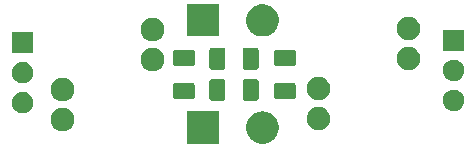
<source format=gbs>
G04 #@! TF.GenerationSoftware,KiCad,Pcbnew,5.1.5+dfsg1-2build2*
G04 #@! TF.CreationDate,2022-12-10T10:35:03-05:00*
G04 #@! TF.ProjectId,double-tuned-bpf,646f7562-6c65-42d7-9475-6e65642d6270,rev?*
G04 #@! TF.SameCoordinates,Original*
G04 #@! TF.FileFunction,Soldermask,Bot*
G04 #@! TF.FilePolarity,Negative*
%FSLAX46Y46*%
G04 Gerber Fmt 4.6, Leading zero omitted, Abs format (unit mm)*
G04 Created by KiCad (PCBNEW 5.1.5+dfsg1-2build2) date 2022-12-10 10:35:03*
%MOMM*%
%LPD*%
G04 APERTURE LIST*
%ADD10C,0.100000*%
G04 APERTURE END LIST*
D10*
G36*
X129472800Y-100935901D02*
G01*
X129700081Y-100981109D01*
X129949696Y-101084503D01*
X130174344Y-101234608D01*
X130365392Y-101425656D01*
X130515497Y-101650304D01*
X130618891Y-101899919D01*
X130671600Y-102164909D01*
X130671600Y-102435091D01*
X130618891Y-102700081D01*
X130515497Y-102949696D01*
X130365392Y-103174344D01*
X130174344Y-103365392D01*
X129949696Y-103515497D01*
X129700081Y-103618891D01*
X129472800Y-103664099D01*
X129435092Y-103671600D01*
X129164908Y-103671600D01*
X129127200Y-103664099D01*
X128899919Y-103618891D01*
X128650304Y-103515497D01*
X128425656Y-103365392D01*
X128234608Y-103174344D01*
X128084503Y-102949696D01*
X127981109Y-102700081D01*
X127928400Y-102435091D01*
X127928400Y-102164909D01*
X127981109Y-101899919D01*
X128084503Y-101650304D01*
X128234608Y-101425656D01*
X128425656Y-101234608D01*
X128650304Y-101084503D01*
X128899919Y-100981109D01*
X129127200Y-100935901D01*
X129164908Y-100928400D01*
X129435092Y-100928400D01*
X129472800Y-100935901D01*
G37*
G36*
X125671600Y-103671600D02*
G01*
X122928400Y-103671600D01*
X122928400Y-100928400D01*
X125671600Y-100928400D01*
X125671600Y-103671600D01*
G37*
G36*
X112668947Y-100657468D02*
G01*
X112849225Y-100732142D01*
X113011471Y-100840551D01*
X113149449Y-100978529D01*
X113257858Y-101140775D01*
X113332532Y-101321053D01*
X113370600Y-101512434D01*
X113370600Y-101707566D01*
X113332532Y-101898947D01*
X113257858Y-102079225D01*
X113149449Y-102241471D01*
X113011471Y-102379449D01*
X112849225Y-102487858D01*
X112668947Y-102562532D01*
X112573256Y-102581566D01*
X112477567Y-102600600D01*
X112282433Y-102600600D01*
X112091053Y-102562532D01*
X111910775Y-102487858D01*
X111748529Y-102379449D01*
X111610551Y-102241471D01*
X111502142Y-102079225D01*
X111427468Y-101898947D01*
X111389400Y-101707566D01*
X111389400Y-101512434D01*
X111427468Y-101321053D01*
X111502142Y-101140775D01*
X111610551Y-100978529D01*
X111748529Y-100840551D01*
X111910775Y-100732142D01*
X112091053Y-100657468D01*
X112282433Y-100619400D01*
X112477567Y-100619400D01*
X112668947Y-100657468D01*
G37*
G36*
X134237255Y-100538434D02*
G01*
X134332946Y-100557468D01*
X134513224Y-100632142D01*
X134675470Y-100740551D01*
X134813448Y-100878529D01*
X134921857Y-101040775D01*
X134963279Y-101140775D01*
X134996531Y-101221054D01*
X135034599Y-101412433D01*
X135034599Y-101607567D01*
X135015565Y-101703256D01*
X134996531Y-101798947D01*
X134921857Y-101979225D01*
X134813448Y-102141471D01*
X134675470Y-102279449D01*
X134513224Y-102387858D01*
X134332946Y-102462532D01*
X134141566Y-102500600D01*
X133946432Y-102500600D01*
X133755052Y-102462532D01*
X133574774Y-102387858D01*
X133412528Y-102279449D01*
X133274550Y-102141471D01*
X133166141Y-101979225D01*
X133091467Y-101798947D01*
X133053399Y-101607567D01*
X133053399Y-101412433D01*
X133091467Y-101221054D01*
X133124720Y-101140775D01*
X133166141Y-101040775D01*
X133274550Y-100878529D01*
X133412528Y-100740551D01*
X133574774Y-100632142D01*
X133755052Y-100557468D01*
X133850743Y-100538434D01*
X133946432Y-100519400D01*
X134141566Y-100519400D01*
X134237255Y-100538434D01*
G37*
G36*
X109094508Y-99280147D02*
G01*
X109262812Y-99313624D01*
X109426784Y-99381544D01*
X109574354Y-99480147D01*
X109699853Y-99605646D01*
X109798456Y-99753216D01*
X109866376Y-99917188D01*
X109901000Y-100091259D01*
X109901000Y-100268741D01*
X109866376Y-100442812D01*
X109798456Y-100606784D01*
X109699853Y-100754354D01*
X109574354Y-100879853D01*
X109426784Y-100978456D01*
X109262812Y-101046376D01*
X109113512Y-101076073D01*
X109088742Y-101081000D01*
X108911258Y-101081000D01*
X108886488Y-101076073D01*
X108737188Y-101046376D01*
X108573216Y-100978456D01*
X108425646Y-100879853D01*
X108300147Y-100754354D01*
X108201544Y-100606784D01*
X108133624Y-100442812D01*
X108099000Y-100268741D01*
X108099000Y-100091259D01*
X108133624Y-99917188D01*
X108201544Y-99753216D01*
X108300147Y-99605646D01*
X108425646Y-99480147D01*
X108573216Y-99381544D01*
X108737188Y-99313624D01*
X108905492Y-99280147D01*
X108911258Y-99279000D01*
X109088742Y-99279000D01*
X109094508Y-99280147D01*
G37*
G36*
X145613512Y-99083927D02*
G01*
X145762812Y-99113624D01*
X145926784Y-99181544D01*
X146074354Y-99280147D01*
X146199853Y-99405646D01*
X146298456Y-99553216D01*
X146366376Y-99717188D01*
X146401000Y-99891259D01*
X146401000Y-100068741D01*
X146366376Y-100242812D01*
X146298456Y-100406784D01*
X146199853Y-100554354D01*
X146074354Y-100679853D01*
X145926784Y-100778456D01*
X145762812Y-100846376D01*
X145613512Y-100876073D01*
X145588742Y-100881000D01*
X145411258Y-100881000D01*
X145386488Y-100876073D01*
X145237188Y-100846376D01*
X145073216Y-100778456D01*
X144925646Y-100679853D01*
X144800147Y-100554354D01*
X144701544Y-100406784D01*
X144633624Y-100242812D01*
X144599000Y-100068741D01*
X144599000Y-99891259D01*
X144633624Y-99717188D01*
X144701544Y-99553216D01*
X144800147Y-99405646D01*
X144925646Y-99280147D01*
X145073216Y-99181544D01*
X145237188Y-99113624D01*
X145386488Y-99083927D01*
X145411258Y-99079000D01*
X145588742Y-99079000D01*
X145613512Y-99083927D01*
G37*
G36*
X112668947Y-98117468D02*
G01*
X112849225Y-98192142D01*
X113011471Y-98300551D01*
X113149449Y-98438529D01*
X113257858Y-98600775D01*
X113332532Y-98781053D01*
X113370600Y-98972434D01*
X113370600Y-99167566D01*
X113332532Y-99358947D01*
X113257858Y-99539225D01*
X113149449Y-99701471D01*
X113011471Y-99839449D01*
X112849225Y-99947858D01*
X112668947Y-100022532D01*
X112477567Y-100060600D01*
X112282433Y-100060600D01*
X112091053Y-100022532D01*
X111910775Y-99947858D01*
X111748529Y-99839449D01*
X111610551Y-99701471D01*
X111502142Y-99539225D01*
X111427468Y-99358947D01*
X111389400Y-99167566D01*
X111389400Y-98972434D01*
X111427468Y-98781053D01*
X111502142Y-98600775D01*
X111610551Y-98438529D01*
X111748529Y-98300551D01*
X111910775Y-98192142D01*
X112091053Y-98117468D01*
X112282433Y-98079400D01*
X112477567Y-98079400D01*
X112668947Y-98117468D01*
G37*
G36*
X126018604Y-98178347D02*
G01*
X126055144Y-98189432D01*
X126088821Y-98207433D01*
X126118341Y-98231659D01*
X126142567Y-98261179D01*
X126160568Y-98294856D01*
X126171653Y-98331396D01*
X126176000Y-98375538D01*
X126176000Y-99824462D01*
X126171653Y-99868604D01*
X126160568Y-99905144D01*
X126142567Y-99938821D01*
X126118341Y-99968341D01*
X126088821Y-99992567D01*
X126055144Y-100010568D01*
X126018604Y-100021653D01*
X125974462Y-100026000D01*
X125025538Y-100026000D01*
X124981396Y-100021653D01*
X124944856Y-100010568D01*
X124911179Y-99992567D01*
X124881659Y-99968341D01*
X124857433Y-99938821D01*
X124839432Y-99905144D01*
X124828347Y-99868604D01*
X124824000Y-99824462D01*
X124824000Y-98375538D01*
X124828347Y-98331396D01*
X124839432Y-98294856D01*
X124857433Y-98261179D01*
X124881659Y-98231659D01*
X124911179Y-98207433D01*
X124944856Y-98189432D01*
X124981396Y-98178347D01*
X125025538Y-98174000D01*
X125974462Y-98174000D01*
X126018604Y-98178347D01*
G37*
G36*
X128818604Y-98178347D02*
G01*
X128855144Y-98189432D01*
X128888821Y-98207433D01*
X128918341Y-98231659D01*
X128942567Y-98261179D01*
X128960568Y-98294856D01*
X128971653Y-98331396D01*
X128976000Y-98375538D01*
X128976000Y-99824462D01*
X128971653Y-99868604D01*
X128960568Y-99905144D01*
X128942567Y-99938821D01*
X128918341Y-99968341D01*
X128888821Y-99992567D01*
X128855144Y-100010568D01*
X128818604Y-100021653D01*
X128774462Y-100026000D01*
X127825538Y-100026000D01*
X127781396Y-100021653D01*
X127744856Y-100010568D01*
X127711179Y-99992567D01*
X127681659Y-99968341D01*
X127657433Y-99938821D01*
X127639432Y-99905144D01*
X127628347Y-99868604D01*
X127624000Y-99824462D01*
X127624000Y-98375538D01*
X127628347Y-98331396D01*
X127639432Y-98294856D01*
X127657433Y-98261179D01*
X127681659Y-98231659D01*
X127711179Y-98207433D01*
X127744856Y-98189432D01*
X127781396Y-98178347D01*
X127825538Y-98174000D01*
X128774462Y-98174000D01*
X128818604Y-98178347D01*
G37*
G36*
X134237255Y-97998434D02*
G01*
X134332946Y-98017468D01*
X134513224Y-98092142D01*
X134675470Y-98200551D01*
X134813448Y-98338529D01*
X134921857Y-98500775D01*
X134921858Y-98500777D01*
X134937869Y-98539432D01*
X134996531Y-98681053D01*
X135034599Y-98872434D01*
X135034599Y-99067566D01*
X134996531Y-99258947D01*
X134921857Y-99439225D01*
X134813448Y-99601471D01*
X134675470Y-99739449D01*
X134513224Y-99847858D01*
X134332946Y-99922532D01*
X134237255Y-99941566D01*
X134141566Y-99960600D01*
X133946432Y-99960600D01*
X133755052Y-99922532D01*
X133574774Y-99847858D01*
X133412528Y-99739449D01*
X133274550Y-99601471D01*
X133166141Y-99439225D01*
X133091467Y-99258947D01*
X133053399Y-99067566D01*
X133053399Y-98872434D01*
X133091467Y-98681053D01*
X133150129Y-98539432D01*
X133166140Y-98500777D01*
X133166141Y-98500775D01*
X133274550Y-98338529D01*
X133412528Y-98200551D01*
X133574774Y-98092142D01*
X133755052Y-98017468D01*
X133850743Y-97998434D01*
X133946432Y-97979400D01*
X134141566Y-97979400D01*
X134237255Y-97998434D01*
G37*
G36*
X123418604Y-98528347D02*
G01*
X123455144Y-98539432D01*
X123488821Y-98557433D01*
X123518341Y-98581659D01*
X123542567Y-98611179D01*
X123560568Y-98644856D01*
X123571653Y-98681396D01*
X123576000Y-98725538D01*
X123576000Y-99674462D01*
X123571653Y-99718604D01*
X123560568Y-99755144D01*
X123542567Y-99788821D01*
X123518341Y-99818341D01*
X123488821Y-99842567D01*
X123455144Y-99860568D01*
X123418604Y-99871653D01*
X123374462Y-99876000D01*
X121925538Y-99876000D01*
X121881396Y-99871653D01*
X121844856Y-99860568D01*
X121811179Y-99842567D01*
X121781659Y-99818341D01*
X121757433Y-99788821D01*
X121739432Y-99755144D01*
X121728347Y-99718604D01*
X121724000Y-99674462D01*
X121724000Y-98725538D01*
X121728347Y-98681396D01*
X121739432Y-98644856D01*
X121757433Y-98611179D01*
X121781659Y-98581659D01*
X121811179Y-98557433D01*
X121844856Y-98539432D01*
X121881396Y-98528347D01*
X121925538Y-98524000D01*
X123374462Y-98524000D01*
X123418604Y-98528347D01*
G37*
G36*
X131968604Y-98528347D02*
G01*
X132005144Y-98539432D01*
X132038821Y-98557433D01*
X132068341Y-98581659D01*
X132092567Y-98611179D01*
X132110568Y-98644856D01*
X132121653Y-98681396D01*
X132126000Y-98725538D01*
X132126000Y-99674462D01*
X132121653Y-99718604D01*
X132110568Y-99755144D01*
X132092567Y-99788821D01*
X132068341Y-99818341D01*
X132038821Y-99842567D01*
X132005144Y-99860568D01*
X131968604Y-99871653D01*
X131924462Y-99876000D01*
X130475538Y-99876000D01*
X130431396Y-99871653D01*
X130394856Y-99860568D01*
X130361179Y-99842567D01*
X130331659Y-99818341D01*
X130307433Y-99788821D01*
X130289432Y-99755144D01*
X130278347Y-99718604D01*
X130274000Y-99674462D01*
X130274000Y-98725538D01*
X130278347Y-98681396D01*
X130289432Y-98644856D01*
X130307433Y-98611179D01*
X130331659Y-98581659D01*
X130361179Y-98557433D01*
X130394856Y-98539432D01*
X130431396Y-98528347D01*
X130475538Y-98524000D01*
X131924462Y-98524000D01*
X131968604Y-98528347D01*
G37*
G36*
X109094508Y-96740147D02*
G01*
X109262812Y-96773624D01*
X109426784Y-96841544D01*
X109574354Y-96940147D01*
X109699853Y-97065646D01*
X109798456Y-97213216D01*
X109866376Y-97377188D01*
X109901000Y-97551259D01*
X109901000Y-97728741D01*
X109866376Y-97902812D01*
X109798456Y-98066784D01*
X109699853Y-98214354D01*
X109574354Y-98339853D01*
X109426784Y-98438456D01*
X109262812Y-98506376D01*
X109113512Y-98536073D01*
X109088742Y-98541000D01*
X108911258Y-98541000D01*
X108886488Y-98536073D01*
X108737188Y-98506376D01*
X108573216Y-98438456D01*
X108425646Y-98339853D01*
X108300147Y-98214354D01*
X108201544Y-98066784D01*
X108133624Y-97902812D01*
X108099000Y-97728741D01*
X108099000Y-97551259D01*
X108133624Y-97377188D01*
X108201544Y-97213216D01*
X108300147Y-97065646D01*
X108425646Y-96940147D01*
X108573216Y-96841544D01*
X108737188Y-96773624D01*
X108905492Y-96740147D01*
X108911258Y-96739000D01*
X109088742Y-96739000D01*
X109094508Y-96740147D01*
G37*
G36*
X145613512Y-96543927D02*
G01*
X145762812Y-96573624D01*
X145926784Y-96641544D01*
X146074354Y-96740147D01*
X146199853Y-96865646D01*
X146298456Y-97013216D01*
X146366376Y-97177188D01*
X146401000Y-97351259D01*
X146401000Y-97528741D01*
X146366376Y-97702812D01*
X146298456Y-97866784D01*
X146199853Y-98014354D01*
X146074354Y-98139853D01*
X145926784Y-98238456D01*
X145762812Y-98306376D01*
X145613512Y-98336073D01*
X145588742Y-98341000D01*
X145411258Y-98341000D01*
X145386488Y-98336073D01*
X145237188Y-98306376D01*
X145073216Y-98238456D01*
X144925646Y-98139853D01*
X144800147Y-98014354D01*
X144701544Y-97866784D01*
X144633624Y-97702812D01*
X144599000Y-97528741D01*
X144599000Y-97351259D01*
X144633624Y-97177188D01*
X144701544Y-97013216D01*
X144800147Y-96865646D01*
X144925646Y-96740147D01*
X145073216Y-96641544D01*
X145237188Y-96573624D01*
X145386488Y-96543927D01*
X145411258Y-96539000D01*
X145588742Y-96539000D01*
X145613512Y-96543927D01*
G37*
G36*
X120188224Y-95557433D02*
G01*
X120288947Y-95577468D01*
X120469225Y-95652142D01*
X120631471Y-95760551D01*
X120769449Y-95898529D01*
X120877858Y-96060775D01*
X120952532Y-96241053D01*
X120990600Y-96432434D01*
X120990600Y-96627566D01*
X120952532Y-96818947D01*
X120877858Y-96999225D01*
X120769449Y-97161471D01*
X120631471Y-97299449D01*
X120469225Y-97407858D01*
X120288947Y-97482532D01*
X120193256Y-97501566D01*
X120097567Y-97520600D01*
X119902433Y-97520600D01*
X119711053Y-97482532D01*
X119530775Y-97407858D01*
X119368529Y-97299449D01*
X119230551Y-97161471D01*
X119122142Y-96999225D01*
X119047468Y-96818947D01*
X119009400Y-96627566D01*
X119009400Y-96432434D01*
X119047468Y-96241053D01*
X119122142Y-96060775D01*
X119230551Y-95898529D01*
X119368529Y-95760551D01*
X119530775Y-95652142D01*
X119711053Y-95577468D01*
X119811776Y-95557433D01*
X119902433Y-95539400D01*
X120097567Y-95539400D01*
X120188224Y-95557433D01*
G37*
G36*
X141857255Y-95458434D02*
G01*
X141952946Y-95477468D01*
X142133224Y-95552142D01*
X142295470Y-95660551D01*
X142433448Y-95798529D01*
X142541857Y-95960775D01*
X142616531Y-96141053D01*
X142654599Y-96332434D01*
X142654599Y-96527566D01*
X142616531Y-96718947D01*
X142541857Y-96899225D01*
X142433448Y-97061471D01*
X142295470Y-97199449D01*
X142133224Y-97307858D01*
X141952946Y-97382532D01*
X141761566Y-97420600D01*
X141566432Y-97420600D01*
X141375052Y-97382532D01*
X141194774Y-97307858D01*
X141032528Y-97199449D01*
X140894550Y-97061471D01*
X140786141Y-96899225D01*
X140711467Y-96718947D01*
X140673399Y-96527566D01*
X140673399Y-96332434D01*
X140711467Y-96141053D01*
X140786141Y-95960775D01*
X140894550Y-95798529D01*
X141032528Y-95660551D01*
X141194774Y-95552142D01*
X141375052Y-95477468D01*
X141470743Y-95458434D01*
X141566432Y-95439400D01*
X141761566Y-95439400D01*
X141857255Y-95458434D01*
G37*
G36*
X126018604Y-95528347D02*
G01*
X126055144Y-95539432D01*
X126088821Y-95557433D01*
X126118341Y-95581659D01*
X126142567Y-95611179D01*
X126160568Y-95644856D01*
X126171653Y-95681396D01*
X126176000Y-95725538D01*
X126176000Y-97174462D01*
X126171653Y-97218604D01*
X126160568Y-97255144D01*
X126142567Y-97288821D01*
X126118341Y-97318341D01*
X126088821Y-97342567D01*
X126055144Y-97360568D01*
X126018604Y-97371653D01*
X125974462Y-97376000D01*
X125025538Y-97376000D01*
X124981396Y-97371653D01*
X124944856Y-97360568D01*
X124911179Y-97342567D01*
X124881659Y-97318341D01*
X124857433Y-97288821D01*
X124839432Y-97255144D01*
X124828347Y-97218604D01*
X124824000Y-97174462D01*
X124824000Y-95725538D01*
X124828347Y-95681396D01*
X124839432Y-95644856D01*
X124857433Y-95611179D01*
X124881659Y-95581659D01*
X124911179Y-95557433D01*
X124944856Y-95539432D01*
X124981396Y-95528347D01*
X125025538Y-95524000D01*
X125974462Y-95524000D01*
X126018604Y-95528347D01*
G37*
G36*
X128818604Y-95528347D02*
G01*
X128855144Y-95539432D01*
X128888821Y-95557433D01*
X128918341Y-95581659D01*
X128942567Y-95611179D01*
X128960568Y-95644856D01*
X128971653Y-95681396D01*
X128976000Y-95725538D01*
X128976000Y-97174462D01*
X128971653Y-97218604D01*
X128960568Y-97255144D01*
X128942567Y-97288821D01*
X128918341Y-97318341D01*
X128888821Y-97342567D01*
X128855144Y-97360568D01*
X128818604Y-97371653D01*
X128774462Y-97376000D01*
X127825538Y-97376000D01*
X127781396Y-97371653D01*
X127744856Y-97360568D01*
X127711179Y-97342567D01*
X127681659Y-97318341D01*
X127657433Y-97288821D01*
X127639432Y-97255144D01*
X127628347Y-97218604D01*
X127624000Y-97174462D01*
X127624000Y-95725538D01*
X127628347Y-95681396D01*
X127639432Y-95644856D01*
X127657433Y-95611179D01*
X127681659Y-95581659D01*
X127711179Y-95557433D01*
X127744856Y-95539432D01*
X127781396Y-95528347D01*
X127825538Y-95524000D01*
X128774462Y-95524000D01*
X128818604Y-95528347D01*
G37*
G36*
X123418604Y-95728347D02*
G01*
X123455144Y-95739432D01*
X123488821Y-95757433D01*
X123518341Y-95781659D01*
X123542567Y-95811179D01*
X123560568Y-95844856D01*
X123571653Y-95881396D01*
X123576000Y-95925538D01*
X123576000Y-96874462D01*
X123571653Y-96918604D01*
X123560568Y-96955144D01*
X123542567Y-96988821D01*
X123518341Y-97018341D01*
X123488821Y-97042567D01*
X123455144Y-97060568D01*
X123418604Y-97071653D01*
X123374462Y-97076000D01*
X121925538Y-97076000D01*
X121881396Y-97071653D01*
X121844856Y-97060568D01*
X121811179Y-97042567D01*
X121781659Y-97018341D01*
X121757433Y-96988821D01*
X121739432Y-96955144D01*
X121728347Y-96918604D01*
X121724000Y-96874462D01*
X121724000Y-95925538D01*
X121728347Y-95881396D01*
X121739432Y-95844856D01*
X121757433Y-95811179D01*
X121781659Y-95781659D01*
X121811179Y-95757433D01*
X121844856Y-95739432D01*
X121881396Y-95728347D01*
X121925538Y-95724000D01*
X123374462Y-95724000D01*
X123418604Y-95728347D01*
G37*
G36*
X131968604Y-95728347D02*
G01*
X132005144Y-95739432D01*
X132038821Y-95757433D01*
X132068341Y-95781659D01*
X132092567Y-95811179D01*
X132110568Y-95844856D01*
X132121653Y-95881396D01*
X132126000Y-95925538D01*
X132126000Y-96874462D01*
X132121653Y-96918604D01*
X132110568Y-96955144D01*
X132092567Y-96988821D01*
X132068341Y-97018341D01*
X132038821Y-97042567D01*
X132005144Y-97060568D01*
X131968604Y-97071653D01*
X131924462Y-97076000D01*
X130475538Y-97076000D01*
X130431396Y-97071653D01*
X130394856Y-97060568D01*
X130361179Y-97042567D01*
X130331659Y-97018341D01*
X130307433Y-96988821D01*
X130289432Y-96955144D01*
X130278347Y-96918604D01*
X130274000Y-96874462D01*
X130274000Y-95925538D01*
X130278347Y-95881396D01*
X130289432Y-95844856D01*
X130307433Y-95811179D01*
X130331659Y-95781659D01*
X130361179Y-95757433D01*
X130394856Y-95739432D01*
X130431396Y-95728347D01*
X130475538Y-95724000D01*
X131924462Y-95724000D01*
X131968604Y-95728347D01*
G37*
G36*
X109901000Y-96001000D02*
G01*
X108099000Y-96001000D01*
X108099000Y-94199000D01*
X109901000Y-94199000D01*
X109901000Y-96001000D01*
G37*
G36*
X146401000Y-95801000D02*
G01*
X144599000Y-95801000D01*
X144599000Y-93999000D01*
X146401000Y-93999000D01*
X146401000Y-95801000D01*
G37*
G36*
X120288947Y-93037468D02*
G01*
X120469225Y-93112142D01*
X120631471Y-93220551D01*
X120769449Y-93358529D01*
X120877858Y-93520775D01*
X120877859Y-93520777D01*
X120952532Y-93701054D01*
X120982099Y-93849694D01*
X120990600Y-93892434D01*
X120990600Y-94087566D01*
X120952532Y-94278947D01*
X120877858Y-94459225D01*
X120769449Y-94621471D01*
X120631471Y-94759449D01*
X120469225Y-94867858D01*
X120288947Y-94942532D01*
X120097567Y-94980600D01*
X119902433Y-94980600D01*
X119711053Y-94942532D01*
X119530775Y-94867858D01*
X119368529Y-94759449D01*
X119230551Y-94621471D01*
X119122142Y-94459225D01*
X119047468Y-94278947D01*
X119009400Y-94087566D01*
X119009400Y-93892434D01*
X119017902Y-93849694D01*
X119047468Y-93701054D01*
X119122141Y-93520777D01*
X119122142Y-93520775D01*
X119230551Y-93358529D01*
X119368529Y-93220551D01*
X119530775Y-93112142D01*
X119711053Y-93037468D01*
X119902433Y-92999400D01*
X120097567Y-92999400D01*
X120288947Y-93037468D01*
G37*
G36*
X141857255Y-92918434D02*
G01*
X141952946Y-92937468D01*
X142133224Y-93012142D01*
X142295470Y-93120551D01*
X142433448Y-93258529D01*
X142541857Y-93420775D01*
X142616531Y-93601053D01*
X142654599Y-93792434D01*
X142654599Y-93987566D01*
X142616531Y-94178947D01*
X142541857Y-94359225D01*
X142433448Y-94521471D01*
X142295470Y-94659449D01*
X142133224Y-94767858D01*
X141952946Y-94842532D01*
X141857255Y-94861566D01*
X141761566Y-94880600D01*
X141566432Y-94880600D01*
X141470743Y-94861566D01*
X141375052Y-94842532D01*
X141194774Y-94767858D01*
X141032528Y-94659449D01*
X140894550Y-94521471D01*
X140786141Y-94359225D01*
X140711467Y-94178947D01*
X140673399Y-93987566D01*
X140673399Y-93792434D01*
X140711467Y-93601053D01*
X140786141Y-93420775D01*
X140894550Y-93258529D01*
X141032528Y-93120551D01*
X141194774Y-93012142D01*
X141375052Y-92937468D01*
X141470743Y-92918434D01*
X141566432Y-92899400D01*
X141761566Y-92899400D01*
X141857255Y-92918434D01*
G37*
G36*
X125671600Y-94571600D02*
G01*
X122928400Y-94571600D01*
X122928400Y-91828400D01*
X125671600Y-91828400D01*
X125671600Y-94571600D01*
G37*
G36*
X129472800Y-91835901D02*
G01*
X129700081Y-91881109D01*
X129949696Y-91984503D01*
X130174344Y-92134608D01*
X130365392Y-92325656D01*
X130515497Y-92550304D01*
X130618891Y-92799919D01*
X130671600Y-93064909D01*
X130671600Y-93335091D01*
X130618891Y-93600081D01*
X130515497Y-93849696D01*
X130365392Y-94074344D01*
X130174344Y-94265392D01*
X129949696Y-94415497D01*
X129700081Y-94518891D01*
X129472800Y-94564099D01*
X129435092Y-94571600D01*
X129164908Y-94571600D01*
X129127200Y-94564099D01*
X128899919Y-94518891D01*
X128650304Y-94415497D01*
X128425656Y-94265392D01*
X128234608Y-94074344D01*
X128084503Y-93849696D01*
X127981109Y-93600081D01*
X127928400Y-93335091D01*
X127928400Y-93064909D01*
X127981109Y-92799919D01*
X128084503Y-92550304D01*
X128234608Y-92325656D01*
X128425656Y-92134608D01*
X128650304Y-91984503D01*
X128899919Y-91881109D01*
X129127200Y-91835901D01*
X129164908Y-91828400D01*
X129435092Y-91828400D01*
X129472800Y-91835901D01*
G37*
M02*

</source>
